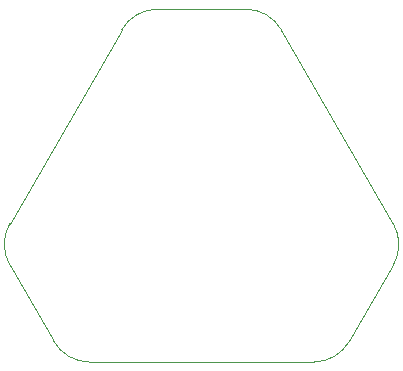
<source format=gbr>
G04*
G04 #@! TF.GenerationSoftware,Altium Limited,Altium Designer,23.10.1 (27)*
G04*
G04 Layer_Color=0*
%FSLAX44Y44*%
%MOMM*%
G71*
G04*
G04 #@! TF.SameCoordinates,F1356F94-EBF5-402A-8C13-2620F03D8000*
G04*
G04*
G04 #@! TF.FilePolarity,Positive*
G04*
G01*
G75*
%ADD52C,0.0254*%
D52*
X-125104Y-281279D02*
X-162396Y-216686D01*
D02*
G02*
X-162396Y-181686I30311J17500D01*
G01*
X-67604Y-17500D01*
D02*
G02*
X-37293Y0I30311J-17500D01*
G01*
X37293D01*
D02*
G02*
X67604Y-17500I0J-35000D01*
G01*
X162396Y-181686D01*
D02*
G02*
X162396Y-216686I-30311J-17500D01*
G01*
X125104Y-281279D01*
D02*
G02*
X94793Y-298779I-30311J17500D01*
G01*
X-94793D01*
D02*
G02*
X-125104Y-281279I-0J35000D01*
G01*
M02*

</source>
